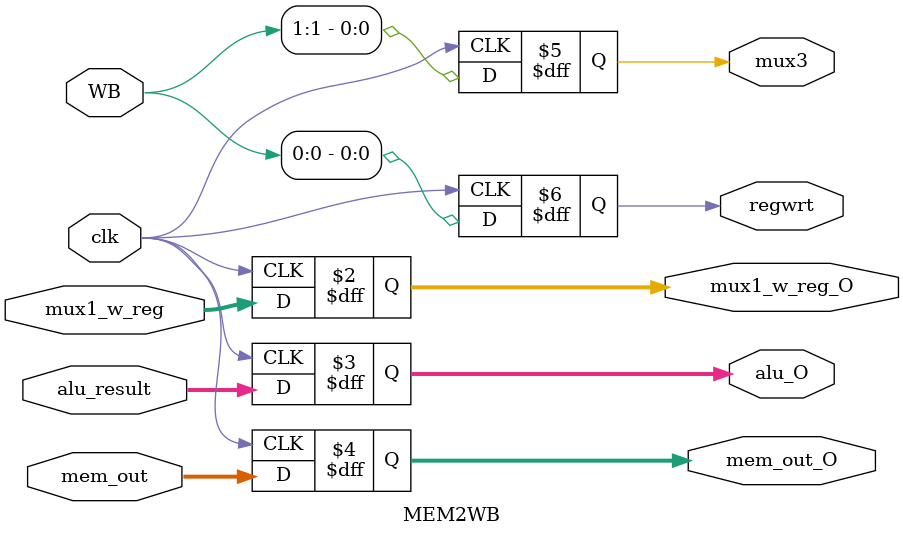
<source format=v>
module MEM2WB(clk, WB, mem_out, alu_result, mux1_w_reg, mux1_w_reg_O, alu_O, mem_out_O, mux3, regwrt);
    input clk;
    input [1:0] WB;
    input [7:0] mem_out;
    input [7:0] alu_result;
    input [3:0] mux1_w_reg;

    output reg [3:0] mux1_w_reg_O;
    output reg [7:0] alu_O, mem_out_O;
    output reg mux3;
    output reg regwrt;

    always @(negedge clk)begin
        mux1_w_reg_O <=  mux1_w_reg;
        alu_O <= alu_result;
        mem_out_O <= mem_out;
        mux3 <= WB[1];
        regwrt <= WB[0];
    end
endmodule

</source>
